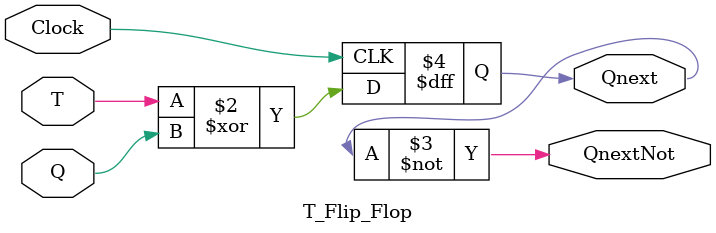
<source format=v>
module T_Flip_Flop (T, Clock, Q, Qnext, QnextNot); //Declares module for T Flip Flop

	input wire T,Q, Clock; //defines input wires T, Q, Clock
	output reg Qnext; //defines the output register Qnext
	output QnextNot; //defines output QnextNot
	
	always @(posedge Clock) begin //iniates always @
		Qnext = T ^ Q;	//Defines the logical expression for the T flip flop
		
	end //ends always @
	assign QnextNot = ~Qnext; //assigns an expression for QnextNot
	
endmodule //ends module

</source>
